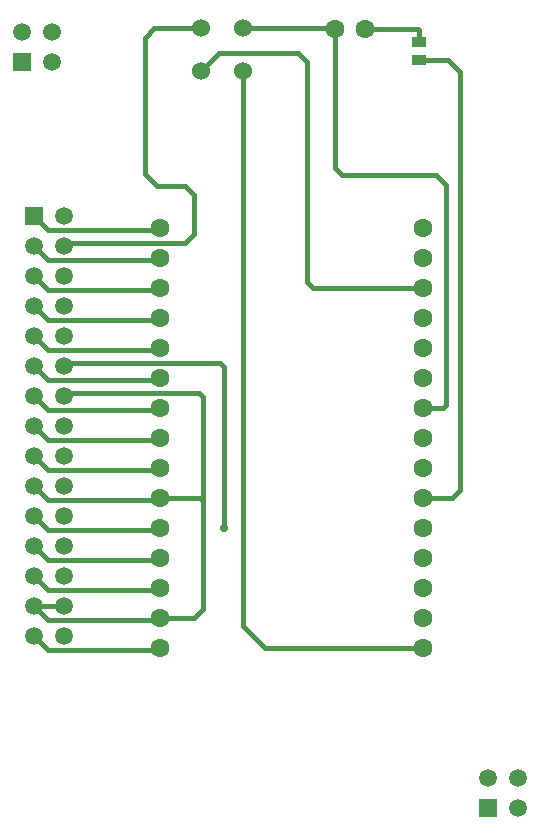
<source format=gtl>
G04*
G04 #@! TF.GenerationSoftware,Altium Limited,CircuitStudio,1.5.1 (13)*
G04*
G04 Layer_Physical_Order=1*
G04 Layer_Color=11767835*
%FSLAX43Y43*%
%MOMM*%
G71*
G01*
G75*
%ADD10R,1.250X0.950*%
%ADD11C,0.400*%
%ADD12C,1.500*%
%ADD13R,1.500X1.500*%
%ADD14C,1.600*%
%ADD15R,1.500X1.500*%
%ADD16C,1.524*%
%ADD17C,0.700*%
D10*
X144907Y174971D02*
D03*
Y173421D02*
D03*
D11*
X130000Y125500D02*
Y172523D01*
X138406Y163727D02*
X146304D01*
X137795Y164338D02*
X138406Y163727D01*
X137795Y164338D02*
Y176101D01*
X147193Y144248D02*
Y162838D01*
X146304Y163727D02*
X147193Y162838D01*
X113472Y143806D02*
X122967D01*
X112268Y145010D02*
X113472Y143806D01*
X145257Y143994D02*
X146939D01*
X147193Y144248D01*
X148336Y137009D02*
Y172418D01*
X147701Y136374D02*
X148336Y137009D01*
X145257Y136374D02*
X147701D01*
X147333Y173421D02*
X148336Y172418D01*
X144907Y173421D02*
X147333D01*
X125095Y162790D02*
X125857Y162028D01*
X122682Y162790D02*
X125095D01*
X125857Y158726D02*
Y162028D01*
X121666Y163806D02*
X122682Y162790D01*
X121666Y163806D02*
Y175339D01*
X122450Y176123D02*
X126400D01*
X121666Y175339D02*
X122450Y176123D01*
X114808Y157710D02*
X115046Y157948D01*
X125079D01*
X125857Y158726D01*
X135890Y154154D02*
X145257D01*
X135382Y154662D02*
X135890Y154154D01*
X135382Y154662D02*
Y173307D01*
X134620Y174069D02*
X135382Y173307D01*
X127946Y174069D02*
X134620D01*
X126400Y172523D02*
X127946Y174069D01*
X131826Y123674D02*
X145257D01*
X130000Y125500D02*
X131826Y123674D01*
X144907Y174971D02*
Y175974D01*
X144780Y176101D02*
X144907Y175974D01*
X140335Y176101D02*
X144780D01*
X137773Y176123D02*
X137795Y176101D01*
X130000Y176123D02*
X137773D01*
X112268Y160250D02*
X113472Y159046D01*
X122967D01*
X112268Y157710D02*
X113472Y156506D01*
X122967D01*
X112268Y155170D02*
X113472Y153966D01*
X122967D01*
X112268Y152630D02*
X113472Y151426D01*
X122967D01*
X112268Y150090D02*
X113472Y148886D01*
X122967D01*
X112268Y142470D02*
X113472Y141266D01*
X122967D01*
X112268Y139930D02*
X113472Y138726D01*
X122967D01*
X112268Y137390D02*
X113472Y136186D01*
X112268Y134850D02*
X113472Y133646D01*
X112268Y132310D02*
X113472Y131106D01*
X122967D01*
X112268Y129770D02*
X113472Y128566D01*
X122967D01*
X112268Y127230D02*
X113472Y126026D01*
Y123486D02*
X122967D01*
X112268Y124690D02*
X113472Y123486D01*
X122967D02*
Y123674D01*
Y126214D02*
X125833D01*
X126619Y127000D01*
X126389Y136374D02*
X126619Y136144D01*
X122967Y136374D02*
X126389D01*
X113472Y126026D02*
X122967D01*
X113472Y136186D02*
X122967D01*
X112268Y147550D02*
X113472Y146346D01*
X122967D01*
X126278Y145248D02*
X126619Y144907D01*
X115046Y145248D02*
X126278D01*
X126619Y127000D02*
Y136144D01*
Y144907D01*
X114808Y145010D02*
X115046Y145248D01*
X128373Y133834D02*
Y147471D01*
X128016Y147828D02*
X128373Y147471D01*
X123494Y147828D02*
X128016D01*
X123486Y147820D02*
X123494Y147828D01*
X122448Y147820D02*
X123486D01*
X122440Y147828D02*
X122448Y147820D01*
X115086Y147828D02*
X122440D01*
X114808Y147550D02*
X115086Y147828D01*
X113472Y133646D02*
X122967D01*
X112268Y127230D02*
X114808D01*
D12*
X153289Y112649D02*
D03*
Y110109D02*
D03*
X150749Y112649D02*
D03*
X113792Y175847D02*
D03*
Y173307D02*
D03*
X111252Y175847D02*
D03*
X114808Y124690D02*
D03*
Y127230D02*
D03*
Y129770D02*
D03*
Y132310D02*
D03*
Y134850D02*
D03*
Y137390D02*
D03*
Y139930D02*
D03*
Y142470D02*
D03*
Y145010D02*
D03*
Y147550D02*
D03*
Y150090D02*
D03*
Y152630D02*
D03*
Y155170D02*
D03*
Y157710D02*
D03*
Y160250D02*
D03*
X112268Y124690D02*
D03*
Y127230D02*
D03*
Y129770D02*
D03*
Y132310D02*
D03*
Y134850D02*
D03*
Y137390D02*
D03*
Y139930D02*
D03*
Y142470D02*
D03*
Y145010D02*
D03*
Y147550D02*
D03*
Y150090D02*
D03*
Y152630D02*
D03*
Y155170D02*
D03*
Y157710D02*
D03*
D13*
X150749Y110109D02*
D03*
X111252Y173307D02*
D03*
D14*
X140335Y176101D02*
D03*
X137795D02*
D03*
X145257Y159234D02*
D03*
Y156694D02*
D03*
Y154154D02*
D03*
Y151614D02*
D03*
Y149074D02*
D03*
Y146534D02*
D03*
Y143994D02*
D03*
Y141454D02*
D03*
Y138914D02*
D03*
Y136374D02*
D03*
Y133834D02*
D03*
Y131294D02*
D03*
Y128754D02*
D03*
Y126214D02*
D03*
Y123674D02*
D03*
X122967Y159234D02*
D03*
Y156694D02*
D03*
Y154154D02*
D03*
Y151614D02*
D03*
Y149074D02*
D03*
Y146534D02*
D03*
Y143994D02*
D03*
Y141454D02*
D03*
Y138914D02*
D03*
Y136374D02*
D03*
Y133834D02*
D03*
Y131294D02*
D03*
Y128754D02*
D03*
Y126214D02*
D03*
Y123674D02*
D03*
D15*
X112268Y160250D02*
D03*
D16*
X130000Y172523D02*
D03*
X126400D02*
D03*
Y176123D02*
D03*
X130000D02*
D03*
D17*
X128373Y133834D02*
D03*
M02*

</source>
